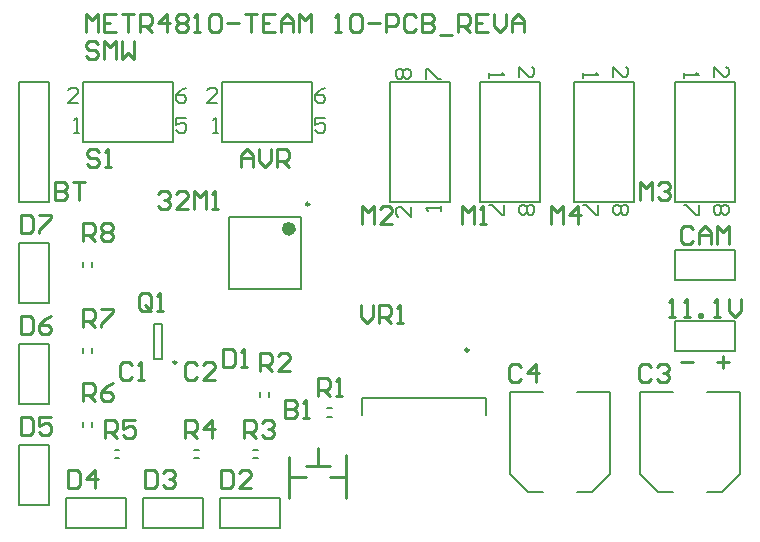
<source format=gto>
%FSTAX24Y24*%
%MOIN*%
%SFA1B1*%

%IPPOS*%
%ADD29C,0.009800*%
%ADD30C,0.023600*%
%ADD31C,0.007900*%
%ADD32C,0.010000*%
%ADD33C,0.008000*%
%LNpcb1-1*%
%LPD*%
G54D29*
X004734Y006496D02*
D01*
D01*
G75*
G03X004636I-000049J0D01*
G74*G01*
D01*
G75*
G03X004734I000049J0D01*
G74*G01*
X014465Y006909D02*
D01*
D01*
G75*
G03X014367I-000049J0D01*
G74*G01*
D01*
G75*
G03X014465I000049J0D01*
G74*G01*
X009154Y011772D02*
D01*
D01*
G75*
G03X009056I-000049J0D01*
G74*G01*
D01*
G75*
G03X009154I000049J0D01*
G74*G01*
G54D30*
X008602Y010945D02*
D01*
D01*
G75*
G03X008366I-000118J0D01*
G74*G01*
D01*
G75*
G03X008602I000118J0D01*
G74*G01*
G54D31*
X001909Y00435D02*
Y004508D01*
X001634Y00435D02*
Y004508D01*
X016457Y002165D02*
X016949D01*
X015846Y002776D02*
X016457Y002165D01*
X018583D02*
X019193Y002776D01*
X018091Y002165D02*
X018583D01*
X015846Y002776D02*
Y005512D01*
X016949*
X018091D02*
X019193D01*
Y002776D02*
Y005512D01*
X020787Y002165D02*
X02128D01*
X020177Y002776D02*
X020787Y002165D01*
X022913D02*
X023524Y002776D01*
X022421Y002165D02*
X022913D01*
X020177Y002776D02*
Y005512D01*
X02128*
X022421D02*
X023524D01*
Y002776D02*
Y005512D01*
X004262Y006614D02*
Y007756D01*
X004006Y006614D02*
X004262D01*
X004006D02*
Y007756D01*
X004262*
X006177Y000976D02*
X008177D01*
Y001976*
X006177D02*
X008177D01*
X006177Y000976D02*
Y001976D01*
X003618Y000976D02*
X005618D01*
Y001976*
X003618D02*
X005618D01*
X003618Y000976D02*
Y001976D01*
X001059Y000976D02*
X003059D01*
Y001976*
X001059D02*
X003059D01*
X001059Y000976D02*
Y001976D01*
X-0005Y001748D02*
Y003748D01*
Y001748D02*
X0005D01*
Y003748*
X-0005D02*
X0005D01*
Y005094D02*
Y007094D01*
X-0005D02*
X0005D01*
X-0005Y005094D02*
Y007094D01*
Y005094D02*
X0005D01*
Y008457D02*
Y010457D01*
X-0005D02*
X0005D01*
X-0005Y008457D02*
Y010457D01*
Y008457D02*
X0005D01*
X015059Y004744D02*
Y005295D01*
X010925D02*
X015059D01*
X010925Y004744D02*
Y005295D01*
X007303Y003583D02*
X007461D01*
X007303Y003307D02*
X007461D01*
X005335D02*
X005492D01*
X005335Y003583D02*
X005492D01*
X002677Y003307D02*
X002835D01*
X002677Y003583D02*
X002835D01*
X001909Y006811D02*
Y006969D01*
X001634Y006811D02*
Y006969D01*
Y009665D02*
Y009823D01*
X001909Y009665D02*
Y009823D01*
X007815Y005335D02*
Y005492D01*
X007539Y005335D02*
Y005492D01*
X009764Y004961D02*
X009921D01*
X009764Y004685D02*
X009921D01*
X007353Y013844D02*
X00927D01*
X00627D02*
X00927D01*
X00627Y015844D02*
X00927D01*
X00627Y013844D02*
Y015844D01*
X00927Y013844D02*
Y015844D01*
X011856D02*
X013856D01*
X011856Y011844D02*
X013856D01*
X011856D02*
Y015844D01*
X013856Y011844D02*
Y015844D01*
X014858Y011854D02*
X016858D01*
X014858Y015854D02*
X016858D01*
Y011854D02*
Y015854D01*
X014858Y011854D02*
Y015854D01*
X017998Y011854D02*
X019998D01*
X017998Y015854D02*
X019998D01*
Y011854D02*
Y015854D01*
X017998Y011854D02*
Y015854D01*
X02135Y01185D02*
X02335D01*
X02135Y01585D02*
X02335D01*
Y01185D02*
Y01585D01*
X02135Y01185D02*
Y01585D01*
X006476Y011339D02*
X008878D01*
X006476Y008937D02*
X008878D01*
Y011339*
X006476Y008937D02*
Y011339D01*
X002717Y013844D02*
X004634D01*
X001634D02*
X004634D01*
X001634Y015844D02*
X004634D01*
X001634Y013844D02*
Y015844D01*
X004634Y013844D02*
Y015844D01*
X-0005D02*
X0005D01*
Y011844D02*
Y015844D01*
X-0005Y011844D02*
Y015844D01*
Y011844D02*
X0005D01*
X02135Y006882D02*
X02335D01*
Y007882*
X02135D02*
X02335D01*
X02135Y006882D02*
Y007882D01*
Y009244D02*
X02335D01*
Y010244*
X02135D02*
X02335D01*
X02135Y009244D02*
Y010244D01*
G54D32*
X009449Y003051D02*
Y003642D01*
X009055Y003051D02*
X009843D01*
X008504Y002657D02*
X009055D01*
X009843D02*
X010394D01*
Y001969D02*
Y003396D01*
X008504Y001969D02*
Y003346D01*
X008366Y005226D02*
Y004626D01*
X008666*
X008766Y004726*
Y004826*
X008666Y004926*
X008366*
X008666*
X008766Y005026*
Y005126*
X008666Y005226*
X008366*
X008966Y004626D02*
X009166D01*
X009066*
Y005226*
X008966Y005126*
X003254Y006405D02*
X003154Y006505D01*
X002954*
X002854Y006405*
Y006005*
X002954Y005906*
X003154*
X003254Y006005*
X003454Y005906D02*
X003654D01*
X003554*
Y006505*
X003454Y006405*
X00542D02*
X00532Y006505D01*
X00512*
X00502Y006405*
Y006005*
X00512Y005906*
X00532*
X00542Y006005*
X006019Y005906D02*
X005619D01*
X006019Y006305*
Y006405*
X005919Y006505*
X005719*
X005619Y006405*
X020566Y006346D02*
X020466Y006446D01*
X020266*
X020166Y006346*
Y005946*
X020266Y005846*
X020466*
X020566Y005946*
X020765Y006346D02*
X020865Y006446D01*
X021065*
X021165Y006346*
Y006246*
X021065Y006146*
X020965*
X021065*
X021165Y006046*
Y005946*
X021065Y005846*
X020865*
X020765Y005946*
X016235Y006346D02*
X016135Y006446D01*
X015935*
X015835Y006346*
Y005946*
X015935Y005846*
X016135*
X016235Y005946*
X016735Y005846D02*
Y006446D01*
X016435Y006146*
X016835*
X006286Y006933D02*
Y006333D01*
X006586*
X006686Y006433*
Y006833*
X006586Y006933*
X006286*
X006886Y006333D02*
X007086D01*
X006986*
Y006933*
X006886Y006833*
X006237Y002916D02*
Y002316D01*
X006537*
X006637Y002416*
Y002816*
X006537Y002916*
X006237*
X007237Y002316D02*
X006837D01*
X007237Y002716*
Y002816*
X007137Y002916*
X006937*
X006837Y002816*
X003679Y002916D02*
Y002316D01*
X003979*
X004079Y002416*
Y002816*
X003979Y002916*
X003679*
X004279Y002816D02*
X004379Y002916D01*
X004579*
X004679Y002816*
Y002716*
X004579Y002616*
X004479*
X004579*
X004679Y002516*
Y002416*
X004579Y002316*
X004379*
X004279Y002416*
X001124Y002916D02*
Y002316D01*
X001424*
X001524Y002416*
Y002816*
X001424Y002916*
X001124*
X002023Y002316D02*
Y002916D01*
X001724Y002616*
X002123*
X-00044Y004688D02*
Y004088D01*
X-00014*
X-00004Y004188*
Y004588*
X-00014Y004688*
X-00044*
X00056D02*
X00016D01*
Y004388*
X00036Y004488*
X00046*
X00056Y004388*
Y004188*
X00046Y004088*
X00026*
X00016Y004188*
X-000444Y00803D02*
Y007431D01*
X-000144*
X-000044Y007531*
Y00793*
X-000144Y00803*
X-000444*
X000556D02*
X000356Y00793D01*
X000156Y007731*
Y007531*
X000256Y007431*
X000456*
X000556Y007531*
Y007631*
X000456Y007731*
X000156*
X-00044Y011396D02*
Y010796D01*
X-00014*
X-00004Y010896*
Y011296*
X-00014Y011396*
X-00044*
X00016D02*
X00056D01*
Y011296*
X00016Y010896*
Y010796*
X002172Y013492D02*
X002072Y013592D01*
X001872*
X001772Y013492*
Y013392*
X001872Y013292*
X002072*
X002172Y013192*
Y013092*
X002072Y012992*
X001872*
X001772Y013092*
X002371Y012992D02*
X002571D01*
X002471*
Y013592*
X002371Y013492*
X021955Y010933D02*
X021855Y011033D01*
X021655*
X021555Y010933*
Y010533*
X021655Y010433*
X021855*
X021955Y010533*
X022155Y010433D02*
Y010833D01*
X022355Y011033*
X022555Y010833*
Y010433*
Y010733*
X022155*
X022755Y010433D02*
Y011033D01*
X022955Y010833*
X023155Y011033*
Y010433*
X021565Y006491D02*
X021965D01*
X022765D02*
X023164D01*
X022965Y006691D02*
Y006291D01*
X00689Y012992D02*
Y013392D01*
X00709Y013592*
X00729Y013392*
Y012992*
Y013292*
X00689*
X00749Y013592D02*
Y013192D01*
X00769Y012992*
X007889Y013192*
Y013592*
X008089Y012992D02*
Y013592D01*
X008389*
X008489Y013492*
Y013292*
X008389Y013192*
X008089*
X008289D02*
X008489Y012992D01*
X014272Y011122D02*
Y011722D01*
X014472Y011522*
X014672Y011722*
Y011122*
X014871D02*
X015071D01*
X014971*
Y011722*
X014871Y011622*
X010925Y011122D02*
Y011722D01*
X011125Y011522*
X011325Y011722*
Y011122*
X011925D02*
X011525D01*
X011925Y011522*
Y011622*
X011825Y011722*
X011625*
X011525Y011622*
X000689Y012509D02*
Y011909D01*
X000989*
X001089Y012009*
Y012109*
X000989Y012209*
X000689*
X000989*
X001089Y012309*
Y012409*
X000989Y012509*
X000689*
X001289D02*
X001689D01*
X001489*
Y011909*
X020177D02*
Y012509D01*
X020377Y012309*
X020577Y012509*
Y011909*
X020777Y012409D02*
X020877Y012509D01*
X021077*
X021177Y012409*
Y012309*
X021077Y012209*
X020977*
X021077*
X021177Y012109*
Y012009*
X021077Y011909*
X020877*
X020777Y012009*
X017224Y011122D02*
Y011722D01*
X017424Y011522*
X017624Y011722*
Y011122*
X018124D02*
Y011722D01*
X017824Y011422*
X018224*
X003874Y008305D02*
Y008705D01*
X003774Y008805*
X003574*
X003474Y008705*
Y008305*
X003574Y008205*
X003774*
X003674Y008405D02*
X003874Y008205D01*
X003774D02*
X003874Y008305D01*
X004074Y008205D02*
X004274D01*
X004174*
Y008805*
X004074Y008705*
X009449Y005362D02*
Y005961D01*
X009749*
X009849Y005861*
Y005661*
X009749Y005562*
X009449*
X009649D02*
X009849Y005362D01*
X010049D02*
X010249D01*
X010149*
Y005961*
X010049Y005861*
X007537Y006203D02*
Y006803D01*
X007837*
X007937Y006703*
Y006503*
X007837Y006403*
X007537*
X007737D02*
X007937Y006203D01*
X008537D02*
X008137D01*
X008537Y006603*
Y006703*
X008437Y006803*
X008237*
X008137Y006703*
X006995Y003986D02*
Y004586D01*
X007295*
X007395Y004486*
Y004286*
X007295Y004186*
X006995*
X007195D02*
X007395Y003986D01*
X007595Y004486D02*
X007695Y004586D01*
X007894*
X007994Y004486*
Y004386*
X007894Y004286*
X007794*
X007894*
X007994Y004186*
Y004086*
X007894Y003986*
X007695*
X007595Y004086*
X005018Y003986D02*
Y004586D01*
X005318*
X005418Y004486*
Y004286*
X005318Y004186*
X005018*
X005218D02*
X005418Y003986D01*
X005918D02*
Y004586D01*
X005618Y004286*
X006018*
X002361Y00398D02*
Y00458D01*
X002661*
X002761Y00448*
Y00428*
X002661Y00418*
X002361*
X002561D02*
X002761Y00398D01*
X003361Y00458D02*
X002961D01*
Y00428*
X003161Y00438*
X003261*
X003361Y00428*
Y00408*
X003261Y00398*
X003061*
X002961Y00408*
X001632Y005219D02*
Y005819D01*
X001932*
X002032Y005719*
Y005519*
X001932Y005419*
X001632*
X001832D02*
X002032Y005219D01*
X002631Y005819D02*
X002431Y005719D01*
X002231Y005519*
Y005319*
X002331Y005219*
X002531*
X002631Y005319*
Y005419*
X002531Y005519*
X002231*
X001632Y00768D02*
Y00828D01*
X001932*
X002032Y00818*
Y00798*
X001932Y00788*
X001632*
X001832D02*
X002032Y00768D01*
X002231Y00828D02*
X002631D01*
Y00818*
X002231Y00778*
Y00768*
X001636Y010537D02*
Y011137D01*
X001936*
X002036Y011037*
Y010837*
X001936Y010737*
X001636*
X001836D02*
X002036Y010537D01*
X002236Y011037D02*
X002336Y011137D01*
X002536*
X002636Y011037*
Y010937*
X002536Y010837*
X002636Y010737*
Y010637*
X002536Y010537*
X002336*
X002236Y010637*
Y010737*
X002336Y010837*
X002236Y010937*
Y011037*
X002336Y010837D02*
X002536D01*
X004134Y012114D02*
X004234Y012214D01*
X004434*
X004534Y012114*
Y012014*
X004434Y011914*
X004334*
X004434*
X004534Y011814*
Y011714*
X004434Y011614*
X004234*
X004134Y011714*
X005134Y011614D02*
X004734D01*
X005134Y012014*
Y012114*
X005034Y012214*
X004834*
X004734Y012114*
X005333Y011614D02*
Y012214D01*
X005533Y012014*
X005733Y012214*
Y011614*
X005933D02*
X006133D01*
X006033*
Y012214*
X005933Y012114*
X010892Y008404D02*
Y008005D01*
X011092Y007805*
X011292Y008005*
Y008404*
X011492Y007805D02*
Y008404D01*
X011792*
X011892Y008304*
Y008105*
X011792Y008005*
X011492*
X011692D02*
X011892Y007805D01*
X012092D02*
X012292D01*
X012192*
Y008404*
X012092Y008304*
X021142Y008012D02*
X021342D01*
X021242*
Y008612*
X021142Y008512*
X021642Y008012D02*
X021842D01*
X021742*
Y008612*
X021642Y008512*
X022141Y008012D02*
Y008112D01*
X022241*
Y008012*
X022141*
X022641D02*
X022841D01*
X022741*
Y008612*
X022641Y008512*
X023141Y008612D02*
Y008212D01*
X023341Y008012*
X023541Y008212*
Y008612*
X001732Y0175D02*
Y0181D01*
X001932Y0179*
X002132Y0181*
Y0175*
X002732Y0181D02*
X002332D01*
Y0175*
X002732*
X002332Y0178D02*
X002532D01*
X002932Y0181D02*
X003332D01*
X003132*
Y0175*
X003532D02*
Y0181D01*
X003832*
X003932Y018*
Y0178*
X003832Y0177*
X003532*
X003732D02*
X003932Y0175D01*
X004431D02*
Y0181D01*
X004132Y0178*
X004531*
X004731Y018D02*
X004831Y0181D01*
X005031*
X005131Y018*
Y0179*
X005031Y0178*
X005131Y0177*
Y0176*
X005031Y0175*
X004831*
X004731Y0176*
Y0177*
X004831Y0178*
X004731Y0179*
Y018*
X004831Y0178D02*
X005031D01*
X005331Y0175D02*
X005531D01*
X005431*
Y0181*
X005331Y018*
X005831D02*
X005931Y0181D01*
X006131*
X006231Y018*
Y0176*
X006131Y0175*
X005931*
X005831Y0176*
Y018*
X006431Y0178D02*
X006831D01*
X007031Y0181D02*
X00743D01*
X00723*
Y0175*
X00803Y0181D02*
X00763D01*
Y0175*
X00803*
X00763Y0178D02*
X00783D01*
X00823Y0175D02*
Y0179D01*
X00843Y0181*
X00863Y0179*
Y0175*
Y0178*
X00823*
X00883Y0175D02*
Y0181D01*
X00903Y0179*
X00923Y0181*
Y0175*
X01003D02*
X01023D01*
X01013*
Y0181*
X01003Y018*
X010529D02*
X010629Y0181D01*
X010829*
X010929Y018*
Y0176*
X010829Y0175*
X010629*
X010529Y0176*
Y018*
X011129Y0178D02*
X011529D01*
X011729Y0175D02*
Y0181D01*
X012029*
X012129Y018*
Y0178*
X012029Y0177*
X011729*
X012729Y018D02*
X012629Y0181D01*
X012429*
X012329Y018*
Y0176*
X012429Y0175*
X012629*
X012729Y0176*
X012929Y0181D02*
Y0175D01*
X013229*
X013329Y0176*
Y0177*
X013229Y0178*
X012929*
X013229*
X013329Y0179*
Y018*
X013229Y0181*
X012929*
X013528Y0174D02*
X013928D01*
X014128Y0175D02*
Y0181D01*
X014428*
X014528Y018*
Y0178*
X014428Y0177*
X014128*
X014328D02*
X014528Y0175D01*
X015128Y0181D02*
X014728D01*
Y0175*
X015128*
X014728Y0178D02*
X014928D01*
X015328Y0181D02*
Y0177D01*
X015528Y0175*
X015728Y0177*
Y0181*
X015928Y0175D02*
Y0179D01*
X016128Y0181*
X016328Y0179*
Y0175*
Y0178*
X015928*
X002132Y017114D02*
X002032Y017214D01*
X001832*
X001732Y017114*
Y017014*
X001832Y016914*
X002032*
X002132Y016814*
Y016714*
X002032Y016614*
X001832*
X001732Y016714*
X002332Y016614D02*
Y017214D01*
X002532Y017014*
X002732Y017214*
Y016614*
X002932Y017214D02*
Y016614D01*
X003132Y016814*
X003332Y016614*
Y017214*
G54D33*
X00597Y014144D02*
X006136D01*
X006053*
Y014644*
X00597Y014561*
X006103Y015144D02*
X00577D01*
X006103Y015478*
Y015561*
X00602Y015644*
X005853*
X00577Y015561*
X009703Y014644D02*
X00937D01*
Y014394*
X009536Y014478*
X00962*
X009703Y014394*
Y014228*
X00962Y014144*
X009453*
X00937Y014228*
X009703Y015644D02*
X009536Y015561D01*
X00937Y015394*
Y015228*
X009453Y015144*
X00962*
X009703Y015228*
Y015311*
X00962Y015394*
X00937*
X01214Y015944D02*
X012056Y016028D01*
Y016194*
X01214Y016278*
X012223*
X012306Y016194*
X01239Y016278*
X012473*
X012556Y016194*
Y016028*
X012473Y015944*
X01239*
X012306Y016028*
X012223Y015944*
X01214*
X012306Y016028D02*
Y016194D01*
X013056Y015944D02*
Y016278D01*
X01314*
X013473Y015944*
X013556*
Y011544D02*
Y011711D01*
Y011628*
X013056*
X01314Y011544*
X012556Y011678D02*
Y011344D01*
X012223Y011678*
X01214*
X012056Y011594*
Y011428*
X01214Y011344*
X016575Y011754D02*
X016658Y011671D01*
Y011504*
X016575Y011421*
X016491*
X016408Y011504*
X016325Y011421*
X016242*
X016158Y011504*
Y011671*
X016242Y011754*
X016325*
X016408Y011671*
X016491Y011754*
X016575*
X016408Y011671D02*
Y011504D01*
X015658Y011754D02*
Y011421D01*
X015575*
X015242Y011754*
X015158*
Y016154D02*
Y015988D01*
Y016071*
X015658*
X015575Y016154*
X016158Y016021D02*
Y016354D01*
X016491Y016021*
X016575*
X016658Y016104*
Y016271*
X016575Y016354*
X019715Y011754D02*
X019798Y011671D01*
Y011504*
X019715Y011421*
X019631*
X019548Y011504*
X019465Y011421*
X019381*
X019298Y011504*
Y011671*
X019381Y011754*
X019465*
X019548Y011671*
X019631Y011754*
X019715*
X019548Y011671D02*
Y011504D01*
X018798Y011754D02*
Y011421D01*
X018715*
X018381Y011754*
X018298*
Y016154D02*
Y015988D01*
Y016071*
X018798*
X018715Y016154*
X019298Y016021D02*
Y016354D01*
X019631Y016021*
X019715*
X019798Y016104*
Y016271*
X019715Y016354*
X023067Y01175D02*
X02315Y011667D01*
Y0115*
X023067Y011417*
X022984*
X0229Y0115*
X022817Y011417*
X022734*
X02265Y0115*
Y011667*
X022734Y01175*
X022817*
X0229Y011667*
X022984Y01175*
X023067*
X0229Y011667D02*
Y0115D01*
X02215Y01175D02*
Y011417D01*
X022067*
X021734Y01175*
X02165*
Y01615D02*
Y015984D01*
Y016067*
X02215*
X022067Y01615*
X02265Y016017D02*
Y01635D01*
X022984Y016017*
X023067*
X02315Y0161*
Y016267*
X023067Y01635*
X001334Y014144D02*
X0015D01*
X001417*
Y014644*
X001334Y014561*
X001467Y015144D02*
X001134D01*
X001467Y015478*
Y015561*
X001384Y015644*
X001217*
X001134Y015561*
X005067Y014644D02*
X004734D01*
Y014394*
X0049Y014478*
X004984*
X005067Y014394*
Y014228*
X004984Y014144*
X004817*
X004734Y014228*
X005067Y015644D02*
X0049Y015561D01*
X004734Y015394*
Y015228*
X004817Y015144*
X004984*
X005067Y015228*
Y015311*
X004984Y015394*
X004734*
M02*
</source>
